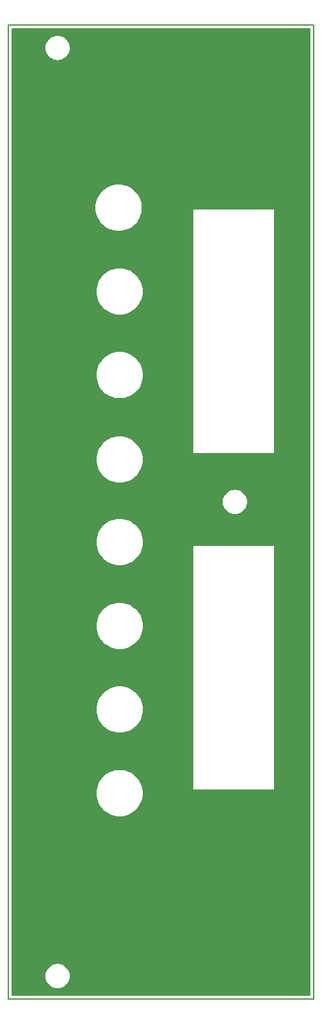
<source format=gbr>
%TF.GenerationSoftware,KiCad,Pcbnew,(7.0.0-0)*%
%TF.CreationDate,2023-04-01T00:14:55-07:00*%
%TF.ProjectId,bussboipanel,62757373-626f-4697-9061-6e656c2e6b69,rev?*%
%TF.SameCoordinates,Original*%
%TF.FileFunction,Copper,L1,Top*%
%TF.FilePolarity,Positive*%
%FSLAX46Y46*%
G04 Gerber Fmt 4.6, Leading zero omitted, Abs format (unit mm)*
G04 Created by KiCad (PCBNEW (7.0.0-0)) date 2023-04-01 00:14:55*
%MOMM*%
%LPD*%
G01*
G04 APERTURE LIST*
%TA.AperFunction,NonConductor*%
%ADD10C,0.200000*%
%TD*%
G04 APERTURE END LIST*
D10*
X70739000Y-29464000D02*
X111125000Y-29464000D01*
X111125000Y-29464000D02*
X111125000Y-158115000D01*
X111125000Y-158115000D02*
X70739000Y-158115000D01*
X70739000Y-158115000D02*
X70739000Y-29464000D01*
%TA.AperFunction,NonConductor*%
G36*
X110662500Y-29881113D02*
G01*
X110707887Y-29926500D01*
X110724500Y-29988500D01*
X110724500Y-157590500D01*
X110707887Y-157652500D01*
X110662500Y-157697887D01*
X110600500Y-157714500D01*
X71263500Y-157714500D01*
X71201500Y-157697887D01*
X71156113Y-157652500D01*
X71139500Y-157590500D01*
X71139500Y-155097141D01*
X75642582Y-155097141D01*
X75662237Y-155346876D01*
X75663372Y-155351605D01*
X75663373Y-155351609D01*
X75719578Y-155585724D01*
X75719580Y-155585732D01*
X75720716Y-155590461D01*
X75816581Y-155821900D01*
X75947471Y-156035492D01*
X75950635Y-156039197D01*
X75950639Y-156039202D01*
X76106995Y-156222271D01*
X76110162Y-156225979D01*
X76113869Y-156229145D01*
X76296938Y-156385501D01*
X76296941Y-156385503D01*
X76300649Y-156388670D01*
X76514241Y-156519560D01*
X76745680Y-156615425D01*
X76989265Y-156673904D01*
X77239000Y-156693559D01*
X77488735Y-156673904D01*
X77732320Y-156615425D01*
X77963759Y-156519560D01*
X78177351Y-156388670D01*
X78367838Y-156225979D01*
X78530529Y-156035492D01*
X78661419Y-155821900D01*
X78757284Y-155590461D01*
X78815763Y-155346876D01*
X78835418Y-155097141D01*
X78815763Y-154847406D01*
X78757284Y-154603821D01*
X78661419Y-154372382D01*
X78530529Y-154158790D01*
X78367838Y-153968303D01*
X78364130Y-153965136D01*
X78181061Y-153808780D01*
X78181056Y-153808776D01*
X78177351Y-153805612D01*
X78173195Y-153803065D01*
X78173192Y-153803063D01*
X77967917Y-153677270D01*
X77967916Y-153677269D01*
X77963759Y-153674722D01*
X77732320Y-153578857D01*
X77727591Y-153577721D01*
X77727583Y-153577719D01*
X77493468Y-153521514D01*
X77493464Y-153521513D01*
X77488735Y-153520378D01*
X77483882Y-153519996D01*
X77243854Y-153501105D01*
X77239000Y-153500723D01*
X77234146Y-153501105D01*
X76994117Y-153519996D01*
X76994115Y-153519996D01*
X76989265Y-153520378D01*
X76984537Y-153521512D01*
X76984531Y-153521514D01*
X76750416Y-153577719D01*
X76750404Y-153577722D01*
X76745680Y-153578857D01*
X76741183Y-153580719D01*
X76741179Y-153580721D01*
X76518745Y-153672856D01*
X76518740Y-153672858D01*
X76514241Y-153674722D01*
X76510088Y-153677266D01*
X76510082Y-153677270D01*
X76304807Y-153803063D01*
X76304798Y-153803069D01*
X76300649Y-153805612D01*
X76296949Y-153808771D01*
X76296938Y-153808780D01*
X76113869Y-153965136D01*
X76113862Y-153965142D01*
X76110162Y-153968303D01*
X76107001Y-153972003D01*
X76106995Y-153972010D01*
X75950639Y-154155079D01*
X75950630Y-154155090D01*
X75947471Y-154158790D01*
X75944928Y-154162939D01*
X75944922Y-154162948D01*
X75819129Y-154368223D01*
X75819125Y-154368229D01*
X75816581Y-154372382D01*
X75720716Y-154603821D01*
X75719581Y-154608545D01*
X75719578Y-154608557D01*
X75663373Y-154842672D01*
X75663371Y-154842678D01*
X75662237Y-154847406D01*
X75642582Y-155097141D01*
X71139500Y-155097141D01*
X71139500Y-130929706D01*
X82384011Y-130929706D01*
X82403243Y-131272157D01*
X82403822Y-131275567D01*
X82403824Y-131275581D01*
X82460113Y-131606875D01*
X82460116Y-131606890D01*
X82460696Y-131610301D01*
X82461654Y-131613628D01*
X82461657Y-131613639D01*
X82554685Y-131936549D01*
X82554688Y-131936559D01*
X82555647Y-131939886D01*
X82686904Y-132256768D01*
X82852815Y-132556961D01*
X83051294Y-132836690D01*
X83279844Y-133092438D01*
X83535592Y-133320988D01*
X83815321Y-133519467D01*
X84115514Y-133685378D01*
X84432396Y-133816635D01*
X84761981Y-133911586D01*
X85100125Y-133969039D01*
X85442576Y-133988271D01*
X85785027Y-133969039D01*
X86123171Y-133911586D01*
X86452756Y-133816635D01*
X86769638Y-133685378D01*
X87069831Y-133519467D01*
X87349560Y-133320988D01*
X87605308Y-133092438D01*
X87833858Y-132836690D01*
X88032337Y-132556961D01*
X88198248Y-132256768D01*
X88329505Y-131939886D01*
X88424456Y-131610301D01*
X88481909Y-131272157D01*
X88501141Y-130929706D01*
X88481909Y-130587255D01*
X88424456Y-130249111D01*
X88329505Y-129919526D01*
X88198248Y-129602644D01*
X88032337Y-129302451D01*
X87833858Y-129022722D01*
X87605308Y-128766974D01*
X87349560Y-128538424D01*
X87069831Y-128339945D01*
X86769638Y-128174034D01*
X86766427Y-128172704D01*
X86766423Y-128172702D01*
X86455963Y-128044105D01*
X86455957Y-128044102D01*
X86452756Y-128042777D01*
X86449429Y-128041818D01*
X86449419Y-128041815D01*
X86126509Y-127948787D01*
X86126498Y-127948784D01*
X86123171Y-127947826D01*
X86119760Y-127947246D01*
X86119745Y-127947243D01*
X85788451Y-127890954D01*
X85788437Y-127890952D01*
X85785027Y-127890373D01*
X85781563Y-127890178D01*
X85781559Y-127890178D01*
X85446048Y-127871336D01*
X85442576Y-127871141D01*
X85439104Y-127871336D01*
X85103592Y-127890178D01*
X85103586Y-127890178D01*
X85100125Y-127890373D01*
X85096716Y-127890952D01*
X85096700Y-127890954D01*
X84765406Y-127947243D01*
X84765387Y-127947247D01*
X84761981Y-127947826D01*
X84758657Y-127948783D01*
X84758642Y-127948787D01*
X84435732Y-128041815D01*
X84435717Y-128041820D01*
X84432396Y-128042777D01*
X84429200Y-128044100D01*
X84429188Y-128044105D01*
X84118728Y-128172702D01*
X84118717Y-128172707D01*
X84115514Y-128174034D01*
X84112475Y-128175713D01*
X84112470Y-128175716D01*
X83818366Y-128338262D01*
X83815321Y-128339945D01*
X83812480Y-128341960D01*
X83812478Y-128341962D01*
X83538438Y-128536404D01*
X83538430Y-128536409D01*
X83535592Y-128538424D01*
X83533003Y-128540737D01*
X83532995Y-128540744D01*
X83282429Y-128764663D01*
X83282420Y-128764671D01*
X83279844Y-128766974D01*
X83277541Y-128769550D01*
X83277533Y-128769559D01*
X83053614Y-129020125D01*
X83053607Y-129020133D01*
X83051294Y-129022722D01*
X83049279Y-129025560D01*
X83049274Y-129025568D01*
X82854832Y-129299608D01*
X82852815Y-129302451D01*
X82686904Y-129602644D01*
X82685577Y-129605847D01*
X82685572Y-129605858D01*
X82556975Y-129916318D01*
X82556970Y-129916330D01*
X82555647Y-129919526D01*
X82554690Y-129922847D01*
X82554685Y-129922862D01*
X82461657Y-130245772D01*
X82461653Y-130245787D01*
X82460696Y-130249111D01*
X82460117Y-130252517D01*
X82460113Y-130252536D01*
X82403824Y-130583830D01*
X82403822Y-130583846D01*
X82403243Y-130587255D01*
X82384011Y-130929706D01*
X71139500Y-130929706D01*
X71139500Y-119880706D01*
X82394576Y-119880706D01*
X82413808Y-120223157D01*
X82414387Y-120226567D01*
X82414389Y-120226581D01*
X82470678Y-120557875D01*
X82470681Y-120557890D01*
X82471261Y-120561301D01*
X82472219Y-120564628D01*
X82472222Y-120564639D01*
X82565250Y-120887549D01*
X82565253Y-120887559D01*
X82566212Y-120890886D01*
X82697469Y-121207768D01*
X82863380Y-121507961D01*
X83061859Y-121787690D01*
X83290409Y-122043438D01*
X83546157Y-122271988D01*
X83825886Y-122470467D01*
X84126079Y-122636378D01*
X84442961Y-122767635D01*
X84772546Y-122862586D01*
X85110690Y-122920039D01*
X85453141Y-122939271D01*
X85795592Y-122920039D01*
X86133736Y-122862586D01*
X86463321Y-122767635D01*
X86780203Y-122636378D01*
X87080396Y-122470467D01*
X87360125Y-122271988D01*
X87615873Y-122043438D01*
X87844423Y-121787690D01*
X88042902Y-121507961D01*
X88208813Y-121207768D01*
X88340070Y-120890886D01*
X88435021Y-120561301D01*
X88492474Y-120223157D01*
X88511706Y-119880706D01*
X88492474Y-119538255D01*
X88435021Y-119200111D01*
X88340070Y-118870526D01*
X88208813Y-118553644D01*
X88042902Y-118253451D01*
X87844423Y-117973722D01*
X87615873Y-117717974D01*
X87360125Y-117489424D01*
X87080396Y-117290945D01*
X86780203Y-117125034D01*
X86776992Y-117123704D01*
X86776988Y-117123702D01*
X86466528Y-116995105D01*
X86466522Y-116995102D01*
X86463321Y-116993777D01*
X86459994Y-116992818D01*
X86459984Y-116992815D01*
X86137074Y-116899787D01*
X86137063Y-116899784D01*
X86133736Y-116898826D01*
X86130325Y-116898246D01*
X86130310Y-116898243D01*
X85799016Y-116841954D01*
X85799002Y-116841952D01*
X85795592Y-116841373D01*
X85792128Y-116841178D01*
X85792124Y-116841178D01*
X85456613Y-116822336D01*
X85453141Y-116822141D01*
X85449669Y-116822336D01*
X85114157Y-116841178D01*
X85114151Y-116841178D01*
X85110690Y-116841373D01*
X85107281Y-116841952D01*
X85107265Y-116841954D01*
X84775971Y-116898243D01*
X84775952Y-116898247D01*
X84772546Y-116898826D01*
X84769222Y-116899783D01*
X84769207Y-116899787D01*
X84446297Y-116992815D01*
X84446282Y-116992820D01*
X84442961Y-116993777D01*
X84439765Y-116995100D01*
X84439753Y-116995105D01*
X84129293Y-117123702D01*
X84129282Y-117123707D01*
X84126079Y-117125034D01*
X84123040Y-117126713D01*
X84123035Y-117126716D01*
X83828931Y-117289262D01*
X83825886Y-117290945D01*
X83823045Y-117292960D01*
X83823043Y-117292962D01*
X83549003Y-117487404D01*
X83548995Y-117487409D01*
X83546157Y-117489424D01*
X83543568Y-117491737D01*
X83543560Y-117491744D01*
X83292994Y-117715663D01*
X83292985Y-117715671D01*
X83290409Y-117717974D01*
X83288106Y-117720550D01*
X83288098Y-117720559D01*
X83064179Y-117971125D01*
X83064172Y-117971133D01*
X83061859Y-117973722D01*
X83059844Y-117976560D01*
X83059839Y-117976568D01*
X82865397Y-118250608D01*
X82863380Y-118253451D01*
X82697469Y-118553644D01*
X82696142Y-118556847D01*
X82696137Y-118556858D01*
X82567540Y-118867318D01*
X82567535Y-118867330D01*
X82566212Y-118870526D01*
X82565255Y-118873847D01*
X82565250Y-118873862D01*
X82472222Y-119196772D01*
X82472218Y-119196787D01*
X82471261Y-119200111D01*
X82470682Y-119203517D01*
X82470678Y-119203536D01*
X82414389Y-119534830D01*
X82414387Y-119534846D01*
X82413808Y-119538255D01*
X82394576Y-119880706D01*
X71139500Y-119880706D01*
X71139500Y-108844000D01*
X82394576Y-108844000D01*
X82413808Y-109186451D01*
X82414387Y-109189861D01*
X82414389Y-109189875D01*
X82470678Y-109521169D01*
X82470681Y-109521184D01*
X82471261Y-109524595D01*
X82472219Y-109527922D01*
X82472222Y-109527933D01*
X82565250Y-109850843D01*
X82565253Y-109850853D01*
X82566212Y-109854180D01*
X82697469Y-110171062D01*
X82863380Y-110471255D01*
X83061859Y-110750984D01*
X83290409Y-111006732D01*
X83546157Y-111235282D01*
X83825886Y-111433761D01*
X84126079Y-111599672D01*
X84442961Y-111730929D01*
X84772546Y-111825880D01*
X85110690Y-111883333D01*
X85453141Y-111902565D01*
X85795592Y-111883333D01*
X86133736Y-111825880D01*
X86463321Y-111730929D01*
X86780203Y-111599672D01*
X87080396Y-111433761D01*
X87360125Y-111235282D01*
X87615873Y-111006732D01*
X87844423Y-110750984D01*
X88042902Y-110471255D01*
X88208813Y-110171062D01*
X88340070Y-109854180D01*
X88435021Y-109524595D01*
X88492474Y-109186451D01*
X88511706Y-108844000D01*
X88492474Y-108501549D01*
X88435021Y-108163405D01*
X88340070Y-107833820D01*
X88208813Y-107516938D01*
X88042902Y-107216745D01*
X87844423Y-106937016D01*
X87615873Y-106681268D01*
X87360125Y-106452718D01*
X87080396Y-106254239D01*
X86780203Y-106088328D01*
X86776992Y-106086998D01*
X86776988Y-106086996D01*
X86466528Y-105958399D01*
X86466522Y-105958396D01*
X86463321Y-105957071D01*
X86459994Y-105956112D01*
X86459984Y-105956109D01*
X86137074Y-105863081D01*
X86137063Y-105863078D01*
X86133736Y-105862120D01*
X86130325Y-105861540D01*
X86130310Y-105861537D01*
X85799016Y-105805248D01*
X85799002Y-105805246D01*
X85795592Y-105804667D01*
X85792128Y-105804472D01*
X85792124Y-105804472D01*
X85456613Y-105785630D01*
X85453141Y-105785435D01*
X85449669Y-105785630D01*
X85114157Y-105804472D01*
X85114151Y-105804472D01*
X85110690Y-105804667D01*
X85107281Y-105805246D01*
X85107265Y-105805248D01*
X84775971Y-105861537D01*
X84775952Y-105861541D01*
X84772546Y-105862120D01*
X84769222Y-105863077D01*
X84769207Y-105863081D01*
X84446297Y-105956109D01*
X84446282Y-105956114D01*
X84442961Y-105957071D01*
X84439765Y-105958394D01*
X84439753Y-105958399D01*
X84129293Y-106086996D01*
X84129282Y-106087001D01*
X84126079Y-106088328D01*
X84123040Y-106090007D01*
X84123035Y-106090010D01*
X83828931Y-106252556D01*
X83825886Y-106254239D01*
X83823045Y-106256254D01*
X83823043Y-106256256D01*
X83549003Y-106450698D01*
X83548995Y-106450703D01*
X83546157Y-106452718D01*
X83543568Y-106455031D01*
X83543560Y-106455038D01*
X83292994Y-106678957D01*
X83292985Y-106678965D01*
X83290409Y-106681268D01*
X83288106Y-106683844D01*
X83288098Y-106683853D01*
X83064179Y-106934419D01*
X83064172Y-106934427D01*
X83061859Y-106937016D01*
X83059844Y-106939854D01*
X83059839Y-106939862D01*
X82865397Y-107213902D01*
X82863380Y-107216745D01*
X82697469Y-107516938D01*
X82696142Y-107520141D01*
X82696137Y-107520152D01*
X82567540Y-107830612D01*
X82567535Y-107830624D01*
X82566212Y-107833820D01*
X82565255Y-107837141D01*
X82565250Y-107837156D01*
X82472222Y-108160066D01*
X82472218Y-108160081D01*
X82471261Y-108163405D01*
X82470682Y-108166811D01*
X82470678Y-108166830D01*
X82414389Y-108498124D01*
X82414387Y-108498140D01*
X82413808Y-108501549D01*
X82394576Y-108844000D01*
X71139500Y-108844000D01*
X71139500Y-97761576D01*
X82394576Y-97761576D01*
X82413808Y-98104027D01*
X82414387Y-98107437D01*
X82414389Y-98107451D01*
X82470678Y-98438745D01*
X82470681Y-98438760D01*
X82471261Y-98442171D01*
X82472219Y-98445498D01*
X82472222Y-98445509D01*
X82565250Y-98768419D01*
X82565253Y-98768429D01*
X82566212Y-98771756D01*
X82697469Y-99088638D01*
X82863380Y-99388831D01*
X83061859Y-99668560D01*
X83290409Y-99924308D01*
X83546157Y-100152858D01*
X83825886Y-100351337D01*
X84126079Y-100517248D01*
X84442961Y-100648505D01*
X84772546Y-100743456D01*
X85110690Y-100800909D01*
X85453141Y-100820141D01*
X85795592Y-100800909D01*
X86133736Y-100743456D01*
X86463321Y-100648505D01*
X86780203Y-100517248D01*
X87080396Y-100351337D01*
X87360125Y-100152858D01*
X87615873Y-99924308D01*
X87844423Y-99668560D01*
X88042902Y-99388831D01*
X88208813Y-99088638D01*
X88340070Y-98771756D01*
X88435021Y-98442171D01*
X88462551Y-98280141D01*
X95232141Y-98280141D01*
X95232141Y-130411141D01*
X105883815Y-130411141D01*
X105900141Y-130411141D01*
X105900141Y-98280141D01*
X95232141Y-98280141D01*
X88462551Y-98280141D01*
X88492474Y-98104027D01*
X88511706Y-97761576D01*
X88492474Y-97419125D01*
X88435021Y-97080981D01*
X88340070Y-96751396D01*
X88208813Y-96434514D01*
X88042902Y-96134321D01*
X87844423Y-95854592D01*
X87615873Y-95598844D01*
X87360125Y-95370294D01*
X87080396Y-95171815D01*
X86780203Y-95005904D01*
X86776992Y-95004574D01*
X86776988Y-95004572D01*
X86466528Y-94875975D01*
X86466522Y-94875972D01*
X86463321Y-94874647D01*
X86459994Y-94873688D01*
X86459984Y-94873685D01*
X86137074Y-94780657D01*
X86137063Y-94780654D01*
X86133736Y-94779696D01*
X86130325Y-94779116D01*
X86130310Y-94779113D01*
X85799016Y-94722824D01*
X85799002Y-94722822D01*
X85795592Y-94722243D01*
X85792128Y-94722048D01*
X85792124Y-94722048D01*
X85456613Y-94703206D01*
X85453141Y-94703011D01*
X85449669Y-94703206D01*
X85114157Y-94722048D01*
X85114151Y-94722048D01*
X85110690Y-94722243D01*
X85107281Y-94722822D01*
X85107265Y-94722824D01*
X84775971Y-94779113D01*
X84775952Y-94779117D01*
X84772546Y-94779696D01*
X84769222Y-94780653D01*
X84769207Y-94780657D01*
X84446297Y-94873685D01*
X84446282Y-94873690D01*
X84442961Y-94874647D01*
X84439765Y-94875970D01*
X84439753Y-94875975D01*
X84129293Y-95004572D01*
X84129282Y-95004577D01*
X84126079Y-95005904D01*
X84123040Y-95007583D01*
X84123035Y-95007586D01*
X83828931Y-95170132D01*
X83825886Y-95171815D01*
X83823045Y-95173830D01*
X83823043Y-95173832D01*
X83549003Y-95368274D01*
X83548995Y-95368279D01*
X83546157Y-95370294D01*
X83543568Y-95372607D01*
X83543560Y-95372614D01*
X83292994Y-95596533D01*
X83292985Y-95596541D01*
X83290409Y-95598844D01*
X83288106Y-95601420D01*
X83288098Y-95601429D01*
X83064179Y-95851995D01*
X83064172Y-95852003D01*
X83061859Y-95854592D01*
X83059844Y-95857430D01*
X83059839Y-95857438D01*
X82865397Y-96131478D01*
X82863380Y-96134321D01*
X82697469Y-96434514D01*
X82696142Y-96437717D01*
X82696137Y-96437728D01*
X82567540Y-96748188D01*
X82567535Y-96748200D01*
X82566212Y-96751396D01*
X82565255Y-96754717D01*
X82565250Y-96754732D01*
X82472222Y-97077642D01*
X82472218Y-97077657D01*
X82471261Y-97080981D01*
X82470682Y-97084387D01*
X82470678Y-97084406D01*
X82414389Y-97415700D01*
X82414387Y-97415716D01*
X82413808Y-97419125D01*
X82394576Y-97761576D01*
X71139500Y-97761576D01*
X71139500Y-92448706D01*
X99096723Y-92448706D01*
X99116378Y-92698441D01*
X99117513Y-92703170D01*
X99117514Y-92703174D01*
X99173719Y-92937289D01*
X99173721Y-92937297D01*
X99174857Y-92942026D01*
X99270722Y-93173465D01*
X99401612Y-93387057D01*
X99404776Y-93390762D01*
X99404780Y-93390767D01*
X99561136Y-93573836D01*
X99564303Y-93577544D01*
X99568010Y-93580710D01*
X99751079Y-93737066D01*
X99751082Y-93737068D01*
X99754790Y-93740235D01*
X99968382Y-93871125D01*
X100199821Y-93966990D01*
X100443406Y-94025469D01*
X100693141Y-94045124D01*
X100942876Y-94025469D01*
X101186461Y-93966990D01*
X101417900Y-93871125D01*
X101631492Y-93740235D01*
X101821979Y-93577544D01*
X101984670Y-93387057D01*
X102115560Y-93173465D01*
X102211425Y-92942026D01*
X102269904Y-92698441D01*
X102289559Y-92448706D01*
X102269904Y-92198971D01*
X102211425Y-91955386D01*
X102115560Y-91723947D01*
X101984670Y-91510355D01*
X101821979Y-91319868D01*
X101818271Y-91316701D01*
X101635202Y-91160345D01*
X101635197Y-91160341D01*
X101631492Y-91157177D01*
X101627336Y-91154630D01*
X101627333Y-91154628D01*
X101422058Y-91028835D01*
X101422057Y-91028834D01*
X101417900Y-91026287D01*
X101186461Y-90930422D01*
X101181732Y-90929286D01*
X101181724Y-90929284D01*
X100947609Y-90873079D01*
X100947605Y-90873078D01*
X100942876Y-90871943D01*
X100938023Y-90871561D01*
X100697995Y-90852670D01*
X100693141Y-90852288D01*
X100688287Y-90852670D01*
X100448258Y-90871561D01*
X100448256Y-90871561D01*
X100443406Y-90871943D01*
X100438678Y-90873077D01*
X100438672Y-90873079D01*
X100204557Y-90929284D01*
X100204545Y-90929287D01*
X100199821Y-90930422D01*
X100195324Y-90932284D01*
X100195320Y-90932286D01*
X99972886Y-91024421D01*
X99972881Y-91024423D01*
X99968382Y-91026287D01*
X99964229Y-91028831D01*
X99964223Y-91028835D01*
X99758948Y-91154628D01*
X99758939Y-91154634D01*
X99754790Y-91157177D01*
X99751090Y-91160336D01*
X99751079Y-91160345D01*
X99568010Y-91316701D01*
X99568003Y-91316707D01*
X99564303Y-91319868D01*
X99561142Y-91323568D01*
X99561136Y-91323575D01*
X99404780Y-91506644D01*
X99404771Y-91506655D01*
X99401612Y-91510355D01*
X99399069Y-91514504D01*
X99399063Y-91514513D01*
X99273270Y-91719788D01*
X99273266Y-91719794D01*
X99270722Y-91723947D01*
X99174857Y-91955386D01*
X99173722Y-91960110D01*
X99173719Y-91960122D01*
X99117514Y-92194237D01*
X99117512Y-92194243D01*
X99116378Y-92198971D01*
X99096723Y-92448706D01*
X71139500Y-92448706D01*
X71139500Y-86850141D01*
X82384011Y-86850141D01*
X82403243Y-87192592D01*
X82403822Y-87196002D01*
X82403824Y-87196016D01*
X82460113Y-87527310D01*
X82460116Y-87527325D01*
X82460696Y-87530736D01*
X82461654Y-87534063D01*
X82461657Y-87534074D01*
X82554685Y-87856984D01*
X82554688Y-87856994D01*
X82555647Y-87860321D01*
X82686904Y-88177203D01*
X82852815Y-88477396D01*
X83051294Y-88757125D01*
X83279844Y-89012873D01*
X83535592Y-89241423D01*
X83815321Y-89439902D01*
X84115514Y-89605813D01*
X84432396Y-89737070D01*
X84761981Y-89832021D01*
X85100125Y-89889474D01*
X85442576Y-89908706D01*
X85785027Y-89889474D01*
X86123171Y-89832021D01*
X86452756Y-89737070D01*
X86769638Y-89605813D01*
X87069831Y-89439902D01*
X87349560Y-89241423D01*
X87605308Y-89012873D01*
X87833858Y-88757125D01*
X88032337Y-88477396D01*
X88198248Y-88177203D01*
X88329505Y-87860321D01*
X88424456Y-87530736D01*
X88481909Y-87192592D01*
X88501141Y-86850141D01*
X88481909Y-86507690D01*
X88424456Y-86169546D01*
X88329505Y-85839961D01*
X88198248Y-85523079D01*
X88032337Y-85222886D01*
X87833858Y-84943157D01*
X87605308Y-84687409D01*
X87349560Y-84458859D01*
X87069831Y-84260380D01*
X86769638Y-84094469D01*
X86766427Y-84093139D01*
X86766423Y-84093137D01*
X86455963Y-83964540D01*
X86455957Y-83964537D01*
X86452756Y-83963212D01*
X86449429Y-83962253D01*
X86449419Y-83962250D01*
X86126509Y-83869222D01*
X86126498Y-83869219D01*
X86123171Y-83868261D01*
X86119760Y-83867681D01*
X86119745Y-83867678D01*
X85788451Y-83811389D01*
X85788437Y-83811387D01*
X85785027Y-83810808D01*
X85781563Y-83810613D01*
X85781559Y-83810613D01*
X85446048Y-83791771D01*
X85442576Y-83791576D01*
X85439104Y-83791771D01*
X85103592Y-83810613D01*
X85103586Y-83810613D01*
X85100125Y-83810808D01*
X85096716Y-83811387D01*
X85096700Y-83811389D01*
X84765406Y-83867678D01*
X84765387Y-83867682D01*
X84761981Y-83868261D01*
X84758657Y-83869218D01*
X84758642Y-83869222D01*
X84435732Y-83962250D01*
X84435717Y-83962255D01*
X84432396Y-83963212D01*
X84429200Y-83964535D01*
X84429188Y-83964540D01*
X84118728Y-84093137D01*
X84118717Y-84093142D01*
X84115514Y-84094469D01*
X84112475Y-84096148D01*
X84112470Y-84096151D01*
X83818366Y-84258697D01*
X83815321Y-84260380D01*
X83812480Y-84262395D01*
X83812478Y-84262397D01*
X83538438Y-84456839D01*
X83538430Y-84456844D01*
X83535592Y-84458859D01*
X83533003Y-84461172D01*
X83532995Y-84461179D01*
X83282429Y-84685098D01*
X83282420Y-84685106D01*
X83279844Y-84687409D01*
X83277541Y-84689985D01*
X83277533Y-84689994D01*
X83053614Y-84940560D01*
X83053607Y-84940568D01*
X83051294Y-84943157D01*
X83049279Y-84945995D01*
X83049274Y-84946003D01*
X82854832Y-85220043D01*
X82852815Y-85222886D01*
X82686904Y-85523079D01*
X82685577Y-85526282D01*
X82685572Y-85526293D01*
X82556975Y-85836753D01*
X82556970Y-85836765D01*
X82555647Y-85839961D01*
X82554690Y-85843282D01*
X82554685Y-85843297D01*
X82461657Y-86166207D01*
X82461653Y-86166222D01*
X82460696Y-86169546D01*
X82460117Y-86172952D01*
X82460113Y-86172971D01*
X82403824Y-86504265D01*
X82403822Y-86504281D01*
X82403243Y-86507690D01*
X82384011Y-86850141D01*
X71139500Y-86850141D01*
X71139500Y-75694000D01*
X82394576Y-75694000D01*
X82413808Y-76036451D01*
X82414387Y-76039861D01*
X82414389Y-76039875D01*
X82470678Y-76371169D01*
X82470681Y-76371184D01*
X82471261Y-76374595D01*
X82472219Y-76377922D01*
X82472222Y-76377933D01*
X82565250Y-76700843D01*
X82565253Y-76700853D01*
X82566212Y-76704180D01*
X82697469Y-77021062D01*
X82863380Y-77321255D01*
X83061859Y-77600984D01*
X83290409Y-77856732D01*
X83546157Y-78085282D01*
X83825886Y-78283761D01*
X84126079Y-78449672D01*
X84442961Y-78580929D01*
X84772546Y-78675880D01*
X85110690Y-78733333D01*
X85453141Y-78752565D01*
X85795592Y-78733333D01*
X86133736Y-78675880D01*
X86463321Y-78580929D01*
X86780203Y-78449672D01*
X87080396Y-78283761D01*
X87360125Y-78085282D01*
X87615873Y-77856732D01*
X87844423Y-77600984D01*
X88042902Y-77321255D01*
X88208813Y-77021062D01*
X88340070Y-76704180D01*
X88435021Y-76374595D01*
X88492474Y-76036451D01*
X88511706Y-75694000D01*
X88492474Y-75351549D01*
X88435021Y-75013405D01*
X88340070Y-74683820D01*
X88208813Y-74366938D01*
X88042902Y-74066745D01*
X87844423Y-73787016D01*
X87615873Y-73531268D01*
X87360125Y-73302718D01*
X87080396Y-73104239D01*
X86780203Y-72938328D01*
X86776992Y-72936998D01*
X86776988Y-72936996D01*
X86466528Y-72808399D01*
X86466522Y-72808396D01*
X86463321Y-72807071D01*
X86459994Y-72806112D01*
X86459984Y-72806109D01*
X86137074Y-72713081D01*
X86137063Y-72713078D01*
X86133736Y-72712120D01*
X86130325Y-72711540D01*
X86130310Y-72711537D01*
X85799016Y-72655248D01*
X85799002Y-72655246D01*
X85795592Y-72654667D01*
X85792128Y-72654472D01*
X85792124Y-72654472D01*
X85456613Y-72635630D01*
X85453141Y-72635435D01*
X85449669Y-72635630D01*
X85114157Y-72654472D01*
X85114151Y-72654472D01*
X85110690Y-72654667D01*
X85107281Y-72655246D01*
X85107265Y-72655248D01*
X84775971Y-72711537D01*
X84775952Y-72711541D01*
X84772546Y-72712120D01*
X84769222Y-72713077D01*
X84769207Y-72713081D01*
X84446297Y-72806109D01*
X84446282Y-72806114D01*
X84442961Y-72807071D01*
X84439765Y-72808394D01*
X84439753Y-72808399D01*
X84129293Y-72936996D01*
X84129282Y-72937001D01*
X84126079Y-72938328D01*
X84123040Y-72940007D01*
X84123035Y-72940010D01*
X83828931Y-73102556D01*
X83825886Y-73104239D01*
X83823045Y-73106254D01*
X83823043Y-73106256D01*
X83549003Y-73300698D01*
X83548995Y-73300703D01*
X83546157Y-73302718D01*
X83543568Y-73305031D01*
X83543560Y-73305038D01*
X83292994Y-73528957D01*
X83292985Y-73528965D01*
X83290409Y-73531268D01*
X83288106Y-73533844D01*
X83288098Y-73533853D01*
X83064179Y-73784419D01*
X83064172Y-73784427D01*
X83061859Y-73787016D01*
X83059844Y-73789854D01*
X83059839Y-73789862D01*
X82865397Y-74063902D01*
X82863380Y-74066745D01*
X82697469Y-74366938D01*
X82696142Y-74370141D01*
X82696137Y-74370152D01*
X82567540Y-74680612D01*
X82567535Y-74680624D01*
X82566212Y-74683820D01*
X82565255Y-74687141D01*
X82565250Y-74687156D01*
X82472222Y-75010066D01*
X82472218Y-75010081D01*
X82471261Y-75013405D01*
X82470682Y-75016811D01*
X82470678Y-75016830D01*
X82414389Y-75348124D01*
X82414387Y-75348140D01*
X82413808Y-75351549D01*
X82394576Y-75694000D01*
X71139500Y-75694000D01*
X71139500Y-64644000D01*
X82384011Y-64644000D01*
X82403243Y-64986451D01*
X82403822Y-64989861D01*
X82403824Y-64989875D01*
X82460113Y-65321169D01*
X82460116Y-65321184D01*
X82460696Y-65324595D01*
X82461654Y-65327922D01*
X82461657Y-65327933D01*
X82554685Y-65650843D01*
X82554688Y-65650853D01*
X82555647Y-65654180D01*
X82686904Y-65971062D01*
X82852815Y-66271255D01*
X83051294Y-66550984D01*
X83279844Y-66806732D01*
X83535592Y-67035282D01*
X83815321Y-67233761D01*
X84115514Y-67399672D01*
X84432396Y-67530929D01*
X84761981Y-67625880D01*
X85100125Y-67683333D01*
X85442576Y-67702565D01*
X85785027Y-67683333D01*
X86123171Y-67625880D01*
X86452756Y-67530929D01*
X86769638Y-67399672D01*
X87069831Y-67233761D01*
X87349560Y-67035282D01*
X87605308Y-66806732D01*
X87833858Y-66550984D01*
X88032337Y-66271255D01*
X88198248Y-65971062D01*
X88329505Y-65654180D01*
X88424456Y-65324595D01*
X88481909Y-64986451D01*
X88501141Y-64644000D01*
X88481909Y-64301549D01*
X88424456Y-63963405D01*
X88329505Y-63633820D01*
X88198248Y-63316938D01*
X88032337Y-63016745D01*
X87833858Y-62737016D01*
X87605308Y-62481268D01*
X87349560Y-62252718D01*
X87069831Y-62054239D01*
X86769638Y-61888328D01*
X86766427Y-61886998D01*
X86766423Y-61886996D01*
X86455963Y-61758399D01*
X86455957Y-61758396D01*
X86452756Y-61757071D01*
X86449429Y-61756112D01*
X86449419Y-61756109D01*
X86126509Y-61663081D01*
X86126498Y-61663078D01*
X86123171Y-61662120D01*
X86119760Y-61661540D01*
X86119745Y-61661537D01*
X85788451Y-61605248D01*
X85788437Y-61605246D01*
X85785027Y-61604667D01*
X85781563Y-61604472D01*
X85781559Y-61604472D01*
X85446048Y-61585630D01*
X85442576Y-61585435D01*
X85439104Y-61585630D01*
X85103592Y-61604472D01*
X85103586Y-61604472D01*
X85100125Y-61604667D01*
X85096716Y-61605246D01*
X85096700Y-61605248D01*
X84765406Y-61661537D01*
X84765387Y-61661541D01*
X84761981Y-61662120D01*
X84758657Y-61663077D01*
X84758642Y-61663081D01*
X84435732Y-61756109D01*
X84435717Y-61756114D01*
X84432396Y-61757071D01*
X84429200Y-61758394D01*
X84429188Y-61758399D01*
X84118728Y-61886996D01*
X84118717Y-61887001D01*
X84115514Y-61888328D01*
X84112475Y-61890007D01*
X84112470Y-61890010D01*
X83818366Y-62052556D01*
X83815321Y-62054239D01*
X83812480Y-62056254D01*
X83812478Y-62056256D01*
X83538438Y-62250698D01*
X83538430Y-62250703D01*
X83535592Y-62252718D01*
X83533003Y-62255031D01*
X83532995Y-62255038D01*
X83282429Y-62478957D01*
X83282420Y-62478965D01*
X83279844Y-62481268D01*
X83277541Y-62483844D01*
X83277533Y-62483853D01*
X83053614Y-62734419D01*
X83053607Y-62734427D01*
X83051294Y-62737016D01*
X83049279Y-62739854D01*
X83049274Y-62739862D01*
X82854832Y-63013902D01*
X82852815Y-63016745D01*
X82686904Y-63316938D01*
X82685577Y-63320141D01*
X82685572Y-63320152D01*
X82556975Y-63630612D01*
X82556970Y-63630624D01*
X82555647Y-63633820D01*
X82554690Y-63637141D01*
X82554685Y-63637156D01*
X82461657Y-63960066D01*
X82461653Y-63960081D01*
X82460696Y-63963405D01*
X82460117Y-63966811D01*
X82460113Y-63966830D01*
X82403824Y-64298124D01*
X82403822Y-64298140D01*
X82403243Y-64301549D01*
X82384011Y-64644000D01*
X71139500Y-64644000D01*
X71139500Y-53576141D01*
X82257011Y-53576141D01*
X82257206Y-53579613D01*
X82271275Y-53830141D01*
X82276243Y-53918592D01*
X82276822Y-53922002D01*
X82276824Y-53922016D01*
X82333113Y-54253310D01*
X82333116Y-54253325D01*
X82333696Y-54256736D01*
X82334654Y-54260063D01*
X82334657Y-54260074D01*
X82427685Y-54582984D01*
X82427688Y-54582994D01*
X82428647Y-54586321D01*
X82559904Y-54903203D01*
X82725815Y-55203396D01*
X82924294Y-55483125D01*
X83152844Y-55738873D01*
X83408592Y-55967423D01*
X83688321Y-56165902D01*
X83988514Y-56331813D01*
X84305396Y-56463070D01*
X84634981Y-56558021D01*
X84973125Y-56615474D01*
X85315576Y-56634706D01*
X85658027Y-56615474D01*
X85996171Y-56558021D01*
X86325756Y-56463070D01*
X86642638Y-56331813D01*
X86942831Y-56165902D01*
X87222560Y-55967423D01*
X87478308Y-55738873D01*
X87706858Y-55483125D01*
X87905337Y-55203396D01*
X88071248Y-54903203D01*
X88202505Y-54586321D01*
X88297456Y-54256736D01*
X88354909Y-53918592D01*
X88359876Y-53830141D01*
X95232141Y-53830141D01*
X95232141Y-85961141D01*
X105883815Y-85961141D01*
X105900141Y-85961141D01*
X105900141Y-53830141D01*
X95232141Y-53830141D01*
X88359876Y-53830141D01*
X88374141Y-53576141D01*
X88354909Y-53233690D01*
X88297456Y-52895546D01*
X88202505Y-52565961D01*
X88071248Y-52249079D01*
X87905337Y-51948886D01*
X87706858Y-51669157D01*
X87478308Y-51413409D01*
X87222560Y-51184859D01*
X86942831Y-50986380D01*
X86642638Y-50820469D01*
X86639427Y-50819139D01*
X86639423Y-50819137D01*
X86328963Y-50690540D01*
X86328957Y-50690537D01*
X86325756Y-50689212D01*
X86322429Y-50688253D01*
X86322419Y-50688250D01*
X85999509Y-50595222D01*
X85999498Y-50595219D01*
X85996171Y-50594261D01*
X85992760Y-50593681D01*
X85992745Y-50593678D01*
X85661451Y-50537389D01*
X85661437Y-50537387D01*
X85658027Y-50536808D01*
X85654563Y-50536613D01*
X85654559Y-50536613D01*
X85319048Y-50517771D01*
X85315576Y-50517576D01*
X85312104Y-50517771D01*
X84976592Y-50536613D01*
X84976586Y-50536613D01*
X84973125Y-50536808D01*
X84969716Y-50537387D01*
X84969700Y-50537389D01*
X84638406Y-50593678D01*
X84638387Y-50593682D01*
X84634981Y-50594261D01*
X84631657Y-50595218D01*
X84631642Y-50595222D01*
X84308732Y-50688250D01*
X84308717Y-50688255D01*
X84305396Y-50689212D01*
X84302200Y-50690535D01*
X84302188Y-50690540D01*
X83991728Y-50819137D01*
X83991717Y-50819142D01*
X83988514Y-50820469D01*
X83985475Y-50822148D01*
X83985470Y-50822151D01*
X83691366Y-50984697D01*
X83688321Y-50986380D01*
X83685480Y-50988395D01*
X83685478Y-50988397D01*
X83411438Y-51182839D01*
X83411430Y-51182844D01*
X83408592Y-51184859D01*
X83406003Y-51187172D01*
X83405995Y-51187179D01*
X83155429Y-51411098D01*
X83155420Y-51411106D01*
X83152844Y-51413409D01*
X83150541Y-51415985D01*
X83150533Y-51415994D01*
X82926614Y-51666560D01*
X82926607Y-51666568D01*
X82924294Y-51669157D01*
X82922279Y-51671995D01*
X82922274Y-51672003D01*
X82727832Y-51946043D01*
X82725815Y-51948886D01*
X82559904Y-52249079D01*
X82558577Y-52252282D01*
X82558572Y-52252293D01*
X82429975Y-52562753D01*
X82429970Y-52562765D01*
X82428647Y-52565961D01*
X82427690Y-52569282D01*
X82427685Y-52569297D01*
X82334657Y-52892207D01*
X82334653Y-52892222D01*
X82333696Y-52895546D01*
X82333117Y-52898952D01*
X82333113Y-52898971D01*
X82276824Y-53230265D01*
X82276822Y-53230281D01*
X82276243Y-53233690D01*
X82257011Y-53576141D01*
X71139500Y-53576141D01*
X71139500Y-32464000D01*
X75642582Y-32464000D01*
X75662237Y-32713735D01*
X75663372Y-32718464D01*
X75663373Y-32718468D01*
X75719578Y-32952583D01*
X75719580Y-32952591D01*
X75720716Y-32957320D01*
X75816581Y-33188759D01*
X75947471Y-33402351D01*
X75950635Y-33406056D01*
X75950639Y-33406061D01*
X76106995Y-33589130D01*
X76110162Y-33592838D01*
X76113869Y-33596004D01*
X76296938Y-33752360D01*
X76296941Y-33752362D01*
X76300649Y-33755529D01*
X76514241Y-33886419D01*
X76745680Y-33982284D01*
X76989265Y-34040763D01*
X77239000Y-34060418D01*
X77488735Y-34040763D01*
X77732320Y-33982284D01*
X77963759Y-33886419D01*
X78177351Y-33755529D01*
X78367838Y-33592838D01*
X78530529Y-33402351D01*
X78661419Y-33188759D01*
X78757284Y-32957320D01*
X78815763Y-32713735D01*
X78835418Y-32464000D01*
X78815763Y-32214265D01*
X78757284Y-31970680D01*
X78661419Y-31739241D01*
X78530529Y-31525649D01*
X78367838Y-31335162D01*
X78364130Y-31331995D01*
X78181061Y-31175639D01*
X78181056Y-31175635D01*
X78177351Y-31172471D01*
X78173195Y-31169924D01*
X78173192Y-31169922D01*
X77967917Y-31044129D01*
X77967916Y-31044128D01*
X77963759Y-31041581D01*
X77732320Y-30945716D01*
X77727591Y-30944580D01*
X77727583Y-30944578D01*
X77493468Y-30888373D01*
X77493464Y-30888372D01*
X77488735Y-30887237D01*
X77483882Y-30886855D01*
X77243854Y-30867964D01*
X77239000Y-30867582D01*
X77234146Y-30867964D01*
X76994117Y-30886855D01*
X76994115Y-30886855D01*
X76989265Y-30887237D01*
X76984537Y-30888371D01*
X76984531Y-30888373D01*
X76750416Y-30944578D01*
X76750404Y-30944581D01*
X76745680Y-30945716D01*
X76741183Y-30947578D01*
X76741179Y-30947580D01*
X76518745Y-31039715D01*
X76518740Y-31039717D01*
X76514241Y-31041581D01*
X76510088Y-31044125D01*
X76510082Y-31044129D01*
X76304807Y-31169922D01*
X76304798Y-31169928D01*
X76300649Y-31172471D01*
X76296949Y-31175630D01*
X76296938Y-31175639D01*
X76113869Y-31331995D01*
X76113862Y-31332001D01*
X76110162Y-31335162D01*
X76107001Y-31338862D01*
X76106995Y-31338869D01*
X75950639Y-31521938D01*
X75950630Y-31521949D01*
X75947471Y-31525649D01*
X75944928Y-31529798D01*
X75944922Y-31529807D01*
X75819129Y-31735082D01*
X75819125Y-31735088D01*
X75816581Y-31739241D01*
X75720716Y-31970680D01*
X75719581Y-31975404D01*
X75719578Y-31975416D01*
X75663373Y-32209531D01*
X75663371Y-32209537D01*
X75662237Y-32214265D01*
X75642582Y-32464000D01*
X71139500Y-32464000D01*
X71139500Y-29988500D01*
X71156113Y-29926500D01*
X71201500Y-29881113D01*
X71263500Y-29864500D01*
X110600500Y-29864500D01*
X110662500Y-29881113D01*
G37*
%TD.AperFunction*%
M02*

</source>
